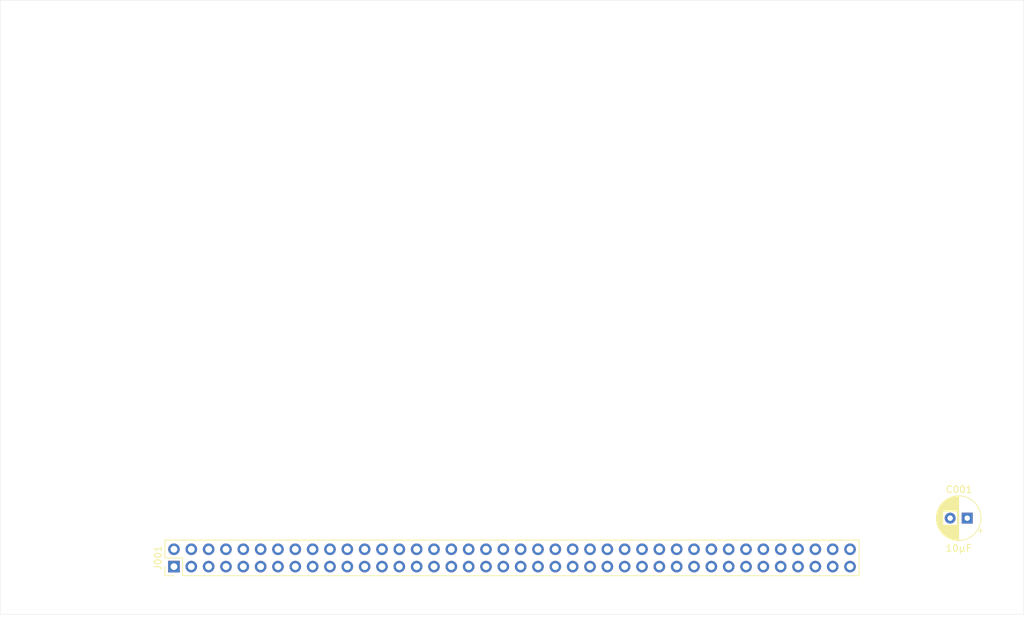
<source format=kicad_pcb>
(kicad_pcb (version 20211014) (generator pcbnew)
  (title_block (rev "1"))
  (layers (0 "F.Cu" signal "Front") (31 "B.Cu" signal "Back") (34 "B.Paste" user) (35 "F.Paste" user) (36 "B.SilkS" user "B.Silkscreen") (37 "F.SilkS" user "F.Silkscreen") (38 "B.Mask" user) (39 "F.Mask" user) (44 "Edge.Cuts" user))
  (net 0 "")
  (net 1 "VCC")
  (net 2 "GND")
  (net 3 "Net-(J001-Pad1)")
  (net 4 "Net-(J001-Pad2)")
  (net 5 "/~{IRQ}")
  (net 6 "/D0")
  (net 7 "/PC0")
  (net 8 "/D1")
  (net 9 "/PC1")
  (net 10 "/D2")
  (net 11 "/PC2")
  (net 12 "/D3")
  (net 13 "/PC3")
  (net 14 "/D4")
  (net 15 "/PC4")
  (net 16 "/D5")
  (net 17 "/PC5")
  (net 18 "/D6")
  (net 19 "/PC6")
  (net 20 "/D7")
  (net 21 "/PC7")
  (net 22 "/A8")
  (net 23 "/IRQ3")
  (net 24 "/A9")
  (net 25 "/~{IRQ1}")
  (net 26 "/A10")
  (net 27 "/~{IRQ2}")
  (net 28 "/A11")
  (net 29 "/~{IRQ4}")
  (net 30 "/A12")
  (net 31 "/~{IRQ5}")
  (net 32 "/A13")
  (net 33 "/IRQ6")
  (net 34 "/A14")
  (net 35 "/~{IRQ7}")
  (net 36 "/A15")
  (net 37 "/TCOUNT2")
  (net 38 "/A0")
  (net 39 "Net-(J001-Pad37)")
  (net 40 "/A1")
  (net 41 "Net-(J001-Pad39)")
  (net 42 "/A2")
  (net 43 "/~{IOR1}")
  (net 44 "/A3")
  (net 45 "/~{IOR2}")
  (net 46 "/A4")
  (net 47 "/~{IOR3}")
  (net 48 "/A5")
  (net 49 "/~{IODEV0}")
  (net 50 "/A6")
  (net 51 "/~{IODEV1}")
  (net 52 "/A7")
  (net 53 "/~{IODEV2}")
  (net 54 "Net-(J001-Pad52)")
  (net 55 "/~{IODEV3}")
  (net 56 "Net-(J001-Pad54)")
  (net 57 "/~{IODEV4}")
  (net 58 "Net-(J001-Pad56)")
  (net 59 "/~{IODEV5}")
  (net 60 "Net-(J001-Pad58)")
  (net 61 "/~{IODEV6}")
  (net 62 "Net-(J001-Pad60)")
  (net 63 "/~{IODEV7}")
  (net 64 "Net-(J001-Pad62)")
  (net 65 "/~{IODEV8}")
  (net 66 "Net-(J001-Pad64)")
  (net 67 "/~{IODEV9}")
  (net 68 "/R~{W}")
  (net 69 "/~{IODEV10}")
  (net 70 "/~{ROMEN}")
  (net 71 "/~{IODEV11}")
  (net 72 "/E")
  (net 73 "/~{IODEV12}")
  (net 74 "/~{RMEM}")
  (net 75 "/~{IODEV13}")
  (net 76 "/~{WMEM}")
  (net 77 "/~{IODEV14}")
  (net 78 "/~{RST}")
  (net 79 "/~{IODEV15}")
  (net 80 "/RST")
  (footprint "MountingHole:MountingHole_3.2mm_M3" (layer "F.Cu") (at 195.1 144.92)
    (fp_text reference "REF**")
    (fp_text value "MountingHole_3.2mm_M3")
    (pad "" np_thru_hole circle locked (at 0 0) (size 3.2 3.2) (drill 3.2) (layers *.Cu *.Mask))
  )
  (footprint "MountingHole:MountingHole_3.2mm_M3" (layer "F.Cu") (at 81.9 144.92)
    (fp_text reference "REF**")
    (fp_text value "MountingHole_3.2mm_M3")
    (pad "" np_thru_hole circle locked (at 0 0) (size 3.2 3.2) (drill 3.2) (layers *.Cu *.Mask))
  )
  (footprint "Capacitor_THT:CP_Radial_D6.3mm_P2.50mm" (layer "F.Cu") (at 205.2 134.32 180)
    (fp_text reference "C001" (at 1.2 4.2) (layer "F.SilkS"))
    (fp_text value "10μF" (at 1.25 -4.4) (layer "F.SilkS"))
    (fp_line (start 1.85 -3.175) (end 1.85 -1.04) (layer "F.SilkS") (width 0.12))
    (fp_line (start 3.371 -2.45) (end 3.371 -1.04) (layer "F.SilkS") (width 0.12))
    (fp_line (start 4.091 -1.581) (end 4.091 1.581) (layer "F.SilkS") (width 0.12))
    (fp_line (start 2.731 -2.876) (end 2.731 -1.04) (layer "F.SilkS") (width 0.12))
    (fp_line (start 1.29 -3.23) (end 1.29 3.23) (layer "F.SilkS") (width 0.12))
    (fp_line (start 3.451 1.04) (end 3.451 2.38) (layer "F.SilkS") (width 0.12))
    (fp_line (start 3.051 -2.69) (end 3.051 -1.04) (layer "F.SilkS") (width 0.12))
    (fp_line (start 2.411 1.04) (end 2.411 3.018) (layer "F.SilkS") (width 0.12))
    (fp_line (start 2.131 1.04) (end 2.131 3.11) (layer "F.SilkS") (width 0.12))
    (fp_line (start 3.771 -2.044) (end 3.771 2.044) (layer "F.SilkS") (width 0.12))
    (fp_line (start 2.331 1.04) (end 2.331 3.047) (layer "F.SilkS") (width 0.12))
    (fp_line (start 2.771 -2.856) (end 2.771 -1.04) (layer "F.SilkS") (width 0.12))
    (fp_line (start 4.491 -0.402) (end 4.491 0.402) (layer "F.SilkS") (width 0.12))
    (fp_line (start 3.251 1.04) (end 3.251 2.548) (layer "F.SilkS") (width 0.12))
    (fp_line (start 3.131 1.04) (end 3.131 2.636) (layer "F.SilkS") (width 0.12))
    (fp_line (start 3.451 -2.38) (end 3.451 -1.04) (layer "F.SilkS") (width 0.12))
    (fp_line (start 2.171 -3.098) (end 2.171 -1.04) (layer "F.SilkS") (width 0.12))
    (fp_line (start 2.251 -3.074) (end 2.251 -1.04) (layer "F.SilkS") (width 0.12))
    (fp_line (start 1.89 1.04) (end 1.89 3.167) (layer "F.SilkS") (width 0.12))
    (fp_line (start 3.651 -2.182) (end 3.651 2.182) (layer "F.SilkS") (width 0.12))
    (fp_line (start 1.53 -3.218) (end 1.53 -1.04) (layer "F.SilkS") (width 0.12))
    (fp_line (start 1.49 -3.222) (end 1.49 -1.04) (layer "F.SilkS") (width 0.12))
    (fp_line (start 2.651 -2.916) (end 2.651 -1.04) (layer "F.SilkS") (width 0.12))
    (fp_line (start 2.091 -3.121) (end 2.091 -1.04) (layer "F.SilkS") (width 0.12))
    (fp_line (start 4.011 -1.714) (end 4.011 1.714) (layer "F.SilkS") (width 0.12))
    (fp_line (start 2.371 -3.033) (end 2.371 -1.04) (layer "F.SilkS") (width 0.12))
    (fp_line (start 2.171 1.04) (end 2.171 3.098) (layer "F.SilkS") (width 0.12))
    (fp_line (start 2.811 1.04) (end 2.811 2.834) (layer "F.SilkS") (width 0.12))
    (fp_line (start 3.331 -2.484) (end 3.331 -1.04) (layer "F.SilkS") (width 0.12))
    (fp_line (start 2.291 -3.061) (end 2.291 -1.04) (layer "F.SilkS") (width 0.12))
    (fp_line (start 3.931 -1.834) (end 3.931 1.834) (layer "F.SilkS") (width 0.12))
    (fp_line (start 3.211 1.04) (end 3.211 2.578) (layer "F.SilkS") (width 0.12))
    (fp_line (start 3.291 -2.516) (end 3.291 -1.04) (layer "F.SilkS") (width 0.12))
    (fp_line (start 3.331 1.04) (end 3.331 2.484) (layer "F.SilkS") (width 0.12))
    (fp_line (start 2.451 1.04) (end 2.451 3.002) (layer "F.SilkS") (width 0.12))
    (fp_line (start 3.131 -2.636) (end 3.131 -1.04) (layer "F.SilkS") (width 0.12))
    (fp_line (start 3.491 1.04) (end 3.491 2.343) (layer "F.SilkS") (width 0.12))
    (fp_line (start 2.331 -3.047) (end 2.331 -1.04) (layer "F.SilkS") (width 0.12))
    (fp_line (start 1.33 -3.23) (end 1.33 3.23) (layer "F.SilkS") (width 0.12))
    (fp_line (start 3.371 1.04) (end 3.371 2.45) (layer "F.SilkS") (width 0.12))
    (fp_line (start 1.45 -3.224) (end 1.45 3.224) (layer "F.SilkS") (width 0.12))
    (fp_line (start -2.250241 -1.839) (end -1.620241 -1.839) (layer "F.SilkS") (width 0.12))
    (fp_line (start 2.931 -2.766) (end 2.931 -1.04) (layer "F.SilkS") (width 0.12))
    (fp_line (start 2.451 -3.002) (end 2.451 -1.04) (layer "F.SilkS") (width 0.12))
    (fp_line (start 2.971 -2.742) (end 2.971 -1.04) (layer "F.SilkS") (width 0.12))
    (fp_line (start 1.69 1.04) (end 1.69 3.201) (layer "F.SilkS") (width 0.12))
    (fp_line (start 4.371 -0.94) (end 4.371 0.94) (layer "F.SilkS") (width 0.12))
    (fp_line (start 4.051 -1.65) (end 4.051 1.65) (layer "F.SilkS") (width 0.12))
    (fp_line (start 2.731 1.04) (end 2.731 2.876) (layer "F.SilkS") (width 0.12))
    (fp_line (start 1.37 -3.228) (end 1.37 3.228) (layer "F.SilkS") (width 0.12))
    (fp_line (start 2.851 1.04) (end 2.851 2.812) (layer "F.SilkS") (width 0.12))
    (fp_line (start 1.49 1.04) (end 1.49 3.222) (layer "F.SilkS") (width 0.12))
    (fp_line (start 1.69 -3.201) (end 1.69 -1.04) (layer "F.SilkS") (width 0.12))
    (fp_line (start 2.851 -2.812) (end 2.851 -1.04) (layer "F.SilkS") (width 0.12))
    (fp_line (start 3.411 1.04) (end 3.411 2.416) (layer "F.SilkS") (width 0.12))
    (fp_line (start 1.65 -3.206) (end 1.65 -1.04) (layer "F.SilkS") (width 0.12))
    (fp_line (start 2.691 -2.896) (end 2.691 -1.04) (layer "F.SilkS") (width 0.12))
    (fp_line (start 1.77 1.04) (end 1.77 3.189) (layer "F.SilkS") (width 0.12))
    (fp_line (start 1.81 1.04) (end 1.81 3.182) (layer "F.SilkS") (width 0.12))
    (fp_line (start 2.771 1.04) (end 2.771 2.856) (layer "F.SilkS") (width 0.12))
    (fp_line (start 1.73 -3.195) (end 1.73 -1.04) (layer "F.SilkS") (width 0.12))
    (fp_line (start 2.531 -2.97) (end 2.531 -1.04) (layer "F.SilkS") (width 0.12))
    (fp_line (start 1.61 -3.211) (end 1.61 -1.04) (layer "F.SilkS") (width 0.12))
    (fp_line (start 2.891 -2.79) (end 2.891 -1.04) (layer "F.SilkS") (width 0.12))
    (fp_line (start 2.011 -3.141) (end 2.011 -1.04) (layer "F.SilkS") (width 0.12))
    (fp_line (start 2.971 1.04) (end 2.971 2.742) (layer "F.SilkS") (width 0.12))
    (fp_line (start 2.011 1.04) (end 2.011 3.141) (layer "F.SilkS") (width 0.12))
    (fp_line (start 2.371 1.04) (end 2.371 3.033) (layer "F.SilkS") (width 0.12))
    (fp_line (start 3.811 -1.995) (end 3.811 1.995) (layer "F.SilkS") (width 0.12))
    (fp_line (start 2.091 1.04) (end 2.091 3.121) (layer "F.SilkS") (width 0.12))
    (fp_line (start 3.171 -2.607) (end 3.171 -1.04) (layer "F.SilkS") (width 0.12))
    (fp_line (start 2.931 1.04) (end 2.931 2.766) (layer "F.SilkS") (width 0.12))
    (fp_line (start 3.531 1.04) (end 3.531 2.305) (layer "F.SilkS") (width 0.12))
    (fp_line (start 2.251 1.04) (end 2.251 3.074) (layer "F.SilkS") (width 0.12))
    (fp_line (start 4.291 -1.165) (end 4.291 1.165) (layer "F.SilkS") (width 0.12))
    (fp_line (start 1.93 -3.159) (end 1.93 -1.04) (layer "F.SilkS") (width 0.12))
    (fp_line (start 2.611 1.04) (end 2.611 2.934) (layer "F.SilkS") (width 0.12))
    (fp_line (start 1.81 -3.182) (end 1.81 -1.04) (layer "F.SilkS") (width 0.12))
    (fp_line (start 3.571 -2.265) (end 3.571 2.265) (layer "F.SilkS") (width 0.12))
    (fp_line (start 3.971 -1.776) (end 3.971 1.776) (layer "F.SilkS") (width 0.12))
    (fp_line (start 3.731 -2.092) (end 3.731 2.092) (layer "F.SilkS") (width 0.12))
    (fp_line (start 4.171 -1.432) (end 4.171 1.432) (layer "F.SilkS") (width 0.12))
    (fp_line (start 1.89 -3.167) (end 1.89 -1.04) (layer "F.SilkS") (width 0.12))
    (fp_line (start 1.25 -3.23) (end 1.25 3.23) (layer "F.SilkS") (width 0.12))
    (fp_line (start 2.571 1.04) (end 2.571 2.952) (layer "F.SilkS") (width 0.12))
    (fp_line (start 4.451 -0.633) (end 4.451 0.633) (layer "F.SilkS") (width 0.12))
    (fp_line (start 2.211 1.04) (end 2.211 3.086) (layer "F.SilkS") (width 0.12))
    (fp_line (start 1.93 1.04) (end 1.93 3.159) (layer "F.SilkS") (width 0.12))
    (fp_line (start 2.571 -2.952) (end 2.571 -1.04) (layer "F.SilkS") (width 0.12))
    (fp_line (start 3.251 -2.548) (end 3.251 -1.04) (layer "F.SilkS") (width 0.12))
    (fp_line (start 3.091 1.04) (end 3.091 2.664) (layer "F.SilkS") (width 0.12))
    (fp_line (start 4.411 -0.802) (end 4.411 0.802) (layer "F.SilkS") (width 0.12))
    (fp_line (start 1.73 1.04) (end 1.73 3.195) (layer "F.SilkS") (width 0.12))
    (fp_line (start 4.331 -1.059) (end 4.331 1.059) (layer "F.SilkS") (width 0.12))
    (fp_line (start 1.65 1.04) (end 1.65 3.206) (layer "F.SilkS") (width 0.12))
    (fp_line (start 2.611 -2.934) (end 2.611 -1.04) (layer "F.SilkS") (width 0.12))
    (fp_line (start 2.411 -3.018) (end 2.411 -1.04) (layer "F.SilkS") (width 0.12))
    (fp_line (start 3.531 -2.305) (end 3.531 -1.04) (layer "F.SilkS") (width 0.12))
    (fp_line (start 2.651 1.04) (end 2.651 2.916) (layer "F.SilkS") (width 0.12))
    (fp_line (start 3.851 -1.944) (end 3.851 1.944) (layer "F.SilkS") (width 0.12))
    (fp_line (start 3.051 1.04) (end 3.051 2.69) (layer "F.SilkS") (width 0.12))
    (fp_line (start 2.811 -2.834) (end 2.811 -1.04) (layer "F.SilkS") (width 0.12))
    (fp_line (start 1.77 -3.189) (end 1.77 -1.04) (layer "F.SilkS") (width 0.12))
    (fp_line (start 3.171 1.04) (end 3.171 2.607) (layer "F.SilkS") (width 0.12))
    (fp_line (start 1.41 -3.227) (end 1.41 3.227) (layer "F.SilkS") (width 0.12))
    (fp_line (start 3.491 -2.343) (end 3.491 -1.04) (layer "F.SilkS") (width 0.12))
    (fp_line (start 2.051 -3.131) (end 2.051 -1.04) (layer "F.SilkS") (width 0.12))
    (fp_line (start 3.211 -2.578) (end 3.211 -1.04) (layer "F.SilkS") (width 0.12))
    (fp_line (start 3.611 -2.224) (end 3.611 2.224) (layer "F.SilkS") (width 0.12))
    (fp_line (start 3.891 -1.89) (end 3.891 1.89) (layer "F.SilkS") (width 0.12))
    (fp_line (start 2.491 -2.986) (end 2.491 -1.04) (layer "F.SilkS") (width 0.12))
    (fp_line (start 4.251 -1.262) (end 4.251 1.262) (layer "F.SilkS") (width 0.12))
    (fp_line (start 3.291 1.04) (end 3.291 2.516) (layer "F.SilkS") (width 0.12))
    (fp_line (start 3.091 -2.664) (end 3.091 -1.04) (layer "F.SilkS") (width 0.12))
    (fp_line (start 2.531 1.04) (end 2.531 2.97) (layer "F.SilkS") (width 0.12))
    (fp_line (start 1.85 1.04) (end 1.85 3.175) (layer "F.SilkS") (width 0.12))
    (fp_line (start 3.011 1.04) (end 3.011 2.716) (layer "F.SilkS") (width 0.12))
    (fp_line (start 4.131 -1.509) (end 4.131 1.509) (layer "F.SilkS") (width 0.12))
    (fp_line (start 2.691 1.04) (end 2.691 2.896) (layer "F.SilkS") (width 0.12))
    (fp_line (start 1.57 -3.215) (end 1.57 -1.04) (layer "F.SilkS") (width 0.12))
    (fp_line (start 2.491 1.04) (end 2.491 2.986) (layer "F.SilkS") (width 0.12))
    (fp_line (start -1.935241 -2.154) (end -1.935241 -1.524) (layer "F.SilkS") (width 0.12))
    (fp_line (start 2.891 1.04) (end 2.891 2.79) (layer "F.SilkS") (width 0.12))
    (fp_line (start 2.291 1.04) (end 2.291 3.061) (layer "F.SilkS") (width 0.12))
    (fp_line (start 3.011 -2.716) (end 3.011 -1.04) (layer "F.SilkS") (width 0.12))
    (fp_line (start 2.131 -3.11) (end 2.131 -1.04) (layer "F.SilkS") (width 0.12))
    (fp_line (start 1.971 -3.15) (end 1.971 -1.04) (layer "F.SilkS") (width 0.12))
    (fp_line (start 2.211 -3.086) (end 2.211 -1.04) (layer "F.SilkS") (width 0.12))
    (fp_line (start 1.57 1.04) (end 1.57 3.215) (layer "F.SilkS") (width 0.12))
    (fp_line (start 1.61 1.04) (end 1.61 3.211) (layer "F.SilkS") (width 0.12))
    (fp_line (start 4.211 -1.35) (end 4.211 1.35) (layer "F.SilkS") (width 0.12))
    (fp_line (start 1.53 1.04) (end 1.53 3.218) (layer "F.SilkS") (width 0.12))
    (fp_line (start 1.971 1.04) (end 1.971 3.15) (layer "F.SilkS") (width 0.12))
    (fp_line (start 2.051 1.04) (end 2.051 3.131) (layer "F.SilkS") (width 0.12))
    (fp_line (start 3.691 -2.137) (end 3.691 2.137) (layer "F.SilkS") (width 0.12))
    (fp_line (start 3.411 -2.416) (end 3.411 -1.04) (layer "F.SilkS") (width 0.12))
    (fp_circle (center 1.25 0) (end 4.52 0) (layer "F.SilkS") (width 0.12) (fill none))
    (pad "1" thru_hole rect locked (at 0 0 180) (size 1.6 1.6) (drill 0.8) (layers *.Cu *.Mask) (net 1 "VCC"))
    (pad "2" thru_hole circle locked (at 2.5 0 180) (size 1.6 1.6) (drill 0.8) (layers *.Cu *.Mask) (net 2 "GND"))
  )
  (footprint "Connector_PinHeader_2.54mm:PinHeader_2x40_P2.54mm_Vertical" (layer "F.Cu") (at 88.97 141.42 90)
    (fp_text reference "J001" (at 1.27 -2.33 90) (layer "F.SilkS"))
    (fp_text value "Conn_02x40_Odd_Even")
    (fp_line (start -1.33 100.39) (end 3.87 100.39) (layer "F.SilkS") (width 0.12))
    (fp_line (start -1.33 -1.33) (end 0 -1.33) (layer "F.SilkS") (width 0.12))
    (fp_line (start 3.87 -1.33) (end 3.87 100.39) (layer "F.SilkS") (width 0.12))
    (fp_line (start 1.27 -1.33) (end 3.87 -1.33) (layer "F.SilkS") (width 0.12))
    (fp_line (start -1.33 0) (end -1.33 -1.33) (layer "F.SilkS") (width 0.12))
    (fp_line (start -1.33 1.27) (end -1.33 100.39) (layer "F.SilkS") (width 0.12))
    (fp_line (start 1.27 1.27) (end 1.27 -1.33) (layer "F.SilkS") (width 0.12))
    (fp_line (start -1.33 1.27) (end 1.27 1.27) (layer "F.SilkS") (width 0.12))
    (pad "1" thru_hole rect locked (at 0 0 90) (size 1.7 1.7) (drill 1) (layers *.Cu *.Mask) (net 3 "Net-(J001-Pad1)"))
    (pad "2" thru_hole oval locked (at 2.54 0 90) (size 1.7 1.7) (drill 1) (layers *.Cu *.Mask) (net 4 "Net-(J001-Pad2)"))
    (pad "3" thru_hole oval locked (at 0 2.54 90) (size 1.7 1.7) (drill 1) (layers *.Cu *.Mask) (net 5 "/~{IRQ}"))
    (pad "4" thru_hole oval locked (at 2.54 2.54 90) (size 1.7 1.7) (drill 1) (layers *.Cu *.Mask) (net 6 "/D0"))
    (pad "5" thru_hole oval locked (at 0 5.08 90) (size 1.7 1.7) (drill 1) (layers *.Cu *.Mask) (net 7 "/PC0"))
    (pad "6" thru_hole oval locked (at 2.54 5.08 90) (size 1.7 1.7) (drill 1) (layers *.Cu *.Mask) (net 8 "/D1"))
    (pad "7" thru_hole oval locked (at 0 7.62 90) (size 1.7 1.7) (drill 1) (layers *.Cu *.Mask) (net 9 "/PC1"))
    (pad "8" thru_hole oval locked (at 2.54 7.62 90) (size 1.7 1.7) (drill 1) (layers *.Cu *.Mask) (net 10 "/D2"))
    (pad "9" thru_hole oval locked (at 0 10.16 90) (size 1.7 1.7) (drill 1) (layers *.Cu *.Mask) (net 11 "/PC2"))
    (pad "10" thru_hole oval locked (at 2.54 10.16 90) (size 1.7 1.7) (drill 1) (layers *.Cu *.Mask) (net 12 "/D3"))
    (pad "11" thru_hole oval locked (at 0 12.7 90) (size 1.7 1.7) (drill 1) (layers *.Cu *.Mask) (net 13 "/PC3"))
    (pad "12" thru_hole oval locked (at 2.54 12.7 90) (size 1.7 1.7) (drill 1) (layers *.Cu *.Mask) (net 14 "/D4"))
    (pad "13" thru_hole oval locked (at 0 15.24 90) (size 1.7 1.7) (drill 1) (layers *.Cu *.Mask) (net 15 "/PC4"))
    (pad "14" thru_hole oval locked (at 2.54 15.24 90) (size 1.7 1.7) (drill 1) (layers *.Cu *.Mask) (net 16 "/D5"))
    (pad "15" thru_hole oval locked (at 0 17.78 90) (size 1.7 1.7) (drill 1) (layers *.Cu *.Mask) (net 17 "/PC5"))
    (pad "16" thru_hole oval locked (at 2.54 17.78 90) (size 1.7 1.7) (drill 1) (layers *.Cu *.Mask) (net 18 "/D6"))
    (pad "17" thru_hole oval locked (at 0 20.32 90) (size 1.7 1.7) (drill 1) (layers *.Cu *.Mask) (net 19 "/PC6"))
    (pad "18" thru_hole oval locked (at 2.54 20.32 90) (size 1.7 1.7) (drill 1) (layers *.Cu *.Mask) (net 20 "/D7"))
    (pad "19" thru_hole oval locked (at 0 22.86 90) (size 1.7 1.7) (drill 1) (layers *.Cu *.Mask) (net 21 "/PC7"))
    (pad "20" thru_hole oval locked (at 2.54 22.86 90) (size 1.7 1.7) (drill 1) (layers *.Cu *.Mask) (net 22 "/A8"))
    (pad "21" thru_hole oval locked (at 0 25.4 90) (size 1.7 1.7) (drill 1) (layers *.Cu *.Mask) (net 23 "/IRQ3"))
    (pad "22" thru_hole oval locked (at 2.54 25.4 90) (size 1.7 1.7) (drill 1) (layers *.Cu *.Mask) (net 24 "/A9"))
    (pad "23" thru_hole oval locked (at 0 27.94 90) (size 1.7 1.7) (drill 1) (layers *.Cu *.Mask) (net 25 "/~{IRQ1}"))
    (pad "24" thru_hole oval locked (at 2.54 27.94 90) (size 1.7 1.7) (drill 1) (layers *.Cu *.Mask) (net 26 "/A10"))
    (pad "25" thru_hole oval locked (at 0 30.48 90) (size 1.7 1.7) (drill 1) (layers *.Cu *.Mask) (net 27 "/~{IRQ2}"))
    (pad "26" thru_hole oval locked (at 2.54 30.48 90) (size 1.7 1.7) (drill 1) (layers *.Cu *.Mask) (net 28 "/A11"))
    (pad "27" thru_hole oval locked (at 0 33.02 90) (size 1.7 1.7) (drill 1) (layers *.Cu *.Mask) (net 29 "/~{IRQ4}"))
    (pad "28" thru_hole oval locked (at 2.54 33.02 90) (size 1.7 1.7) (drill 1) (layers *.Cu *.Mask) (net 30 "/A12"))
    (pad "29" thru_hole oval locked (at 0 35.56 90) (size 1.7 1.7) (drill 1) (layers *.Cu *.Mask) (net 31 "/~{IRQ5}"))
    (pad "30" thru_hole oval locked (at 2.54 35.56 90) (size 1.7 1.7) (drill 1) (layers *.Cu *.Mask) (net 32 "/A13"))
    (pad "31" thru_hole oval locked (at 0 38.1 90) (size 1.7 1.7) (drill 1) (layers *.Cu *.Mask) (net 33 "/IRQ6"))
    (pad "32" thru_hole oval locked (at 2.54 38.1 90) (size 1.7 1.7) (drill 1) (layers *.Cu *.Mask) (net 34 "/A14"))
    (pad "33" thru_hole oval locked (at 0 40.64 90) (size 1.7 1.7) (drill 1) (layers *.Cu *.Mask) (net 35 "/~{IRQ7}"))
    (pad "34" thru_hole oval locked (at 2.54 40.64 90) (size 1.7 1.7) (drill 1) (layers *.Cu *.Mask) (net 36 "/A15"))
    (pad "35" thru_hole oval locked (at 0 43.18 90) (size 1.7 1.7) (drill 1) (layers *.Cu *.Mask) (net 37 "/TCOUNT2"))
    (pad "36" thru_hole oval locked (at 2.54 43.18 90) (size 1.7 1.7) (drill 1) (layers *.Cu *.Mask) (net 38 "/A0"))
    (pad "37" thru_hole oval locked (at 0 45.72 90) (size 1.7 1.7) (drill 1) (layers *.Cu *.Mask) (net 39 "Net-(J001-Pad37)"))
    (pad "38" thru_hole oval locked (at 2.54 45.72 90) (size 1.7 1.7) (drill 1) (layers *.Cu *.Mask) (net 40 "/A1"))
    (pad "39" thru_hole oval locked (at 0 48.26 90) (size 1.7 1.7) (drill 1) (layers *.Cu *.Mask) (net 41 "Net-(J001-Pad39)"))
    (pad "40" thru_hole oval locked (at 2.54 48.26 90) (size 1.7 1.7) (drill 1) (layers *.Cu *.Mask) (net 42 "/A2"))
    (pad "41" thru_hole oval locked (at 0 50.8 90) (size 1.7 1.7) (drill 1) (layers *.Cu *.Mask) (net 43 "/~{IOR1}"))
    (pad "42" thru_hole oval locked (at 2.54 50.8 90) (size 1.7 1.7) (drill 1) (layers *.Cu *.Mask) (net 44 "/A3"))
    (pad "43" thru_hole oval locked (at 0 53.34 90) (size 1.7 1.7) (drill 1) (layers *.Cu *.Mask) (net 45 "/~{IOR2}"))
    (pad "44" thru_hole oval locked (at 2.54 53.34 90) (size 1.7 1.7) (drill 1) (layers *.Cu *.Mask) (net 46 "/A4"))
    (pad "45" thru_hole oval locked (at 0 55.88 90) (size 1.7 1.7) (drill 1) (layers *.Cu *.Mask) (net 47 "/~{IOR3}"))
    (pad "46" thru_hole oval locked (at 2.54 55.88 90) (size 1.7 1.7) (drill 1) (layers *.Cu *.Mask) (net 48 "/A5"))
    (pad "47" thru_hole oval locked (at 0 58.42 90) (size 1.7 1.7) (drill 1) (layers *.Cu *.Mask) (net 49 "/~{IODEV0}"))
    (pad "48" thru_hole oval locked (at 2.54 58.42 90) (size 1.7 1.7) (drill 1) (layers *.Cu *.Mask) (net 50 "/A6"))
    (pad "49" thru_hole oval locked (at 0 60.96 90) (size 1.7 1.7) (drill 1) (layers *.Cu *.Mask) (net 51 "/~{IODEV1}"))
    (pad "50" thru_hole oval locked (at 2.54 60.96 90) (size 1.7 1.7) (drill 1) (layers *.Cu *.Mask) (net 52 "/A7"))
    (pad "51" thru_hole oval locked (at 0 63.5 90) (size 1.7 1.7) (drill 1) (layers *.Cu *.Mask) (net 53 "/~{IODEV2}"))
    (pad "52" thru_hole oval locked (at 2.54 63.5 90) (size 1.7 1.7) (drill 1) (layers *.Cu *.Mask) (net 54 "Net-(J001-Pad52)"))
    (pad "53" thru_hole oval locked (at 0 66.04 90) (size 1.7 1.7) (drill 1) (layers *.Cu *.Mask) (net 55 "/~{IODEV3}"))
    (pad "54" thru_hole oval locked (at 2.54 66.04 90) (size 1.7 1.7) (drill 1) (layers *.Cu *.Mask) (net 56 "Net-(J001-Pad54)"))
    (pad "55" thru_hole oval locked (at 0 68.58 90) (size 1.7 1.7) (drill 1) (layers *.Cu *.Mask) (net 57 "/~{IODEV4}"))
    (pad "56" thru_hole oval locked (at 2.54 68.58 90) (size 1.7 1.7) (drill 1) (layers *.Cu *.Mask) (net 58 "Net-(J001-Pad56)"))
    (pad "57" thru_hole oval locked (at 0 71.12 90) (size 1.7 1.7) (drill 1) (layers *.Cu *.Mask) (net 59 "/~{IODEV5}"))
    (pad "58" thru_hole oval locked (at 2.54 71.12 90) (size 1.7 1.7) (drill 1) (layers *.Cu *.Mask) (net 60 "Net-(J001-Pad58)"))
    (pad "59" thru_hole oval locked (at 0 73.66 90) (size 1.7 1.7) (drill 1) (layers *.Cu *.Mask) (net 61 "/~{IODEV6}"))
    (pad "60" thru_hole oval locked (at 2.54 73.66 90) (size 1.7 1.7) (drill 1) (layers *.Cu *.Mask) (net 62 "Net-(J001-Pad60)"))
    (pad "61" thru_hole oval locked (at 0 76.2 90) (size 1.7 1.7) (drill 1) (layers *.Cu *.Mask) (net 63 "/~{IODEV7}"))
    (pad "62" thru_hole oval locked (at 2.54 76.2 90) (size 1.7 1.7) (drill 1) (layers *.Cu *.Mask) (net 64 "Net-(J001-Pad62)"))
    (pad "63" thru_hole oval locked (at 0 78.74 90) (size 1.7 1.7) (drill 1) (layers *.Cu *.Mask) (net 65 "/~{IODEV8}"))
    (pad "64" thru_hole oval locked (at 2.54 78.74 90) (size 1.7 1.7) (drill 1) (layers *.Cu *.Mask) (net 66 "Net-(J001-Pad64)"))
    (pad "65" thru_hole oval locked (at 0 81.28 90) (size 1.7 1.7) (drill 1) (layers *.Cu *.Mask) (net 67 "/~{IODEV9}"))
    (pad "66" thru_hole oval locked (at 2.54 81.28 90) (size 1.7 1.7) (drill 1) (layers *.Cu *.Mask) (net 68 "/R~{W}"))
    (pad "67" thru_hole oval locked (at 0 83.82 90) (size 1.7 1.7) (drill 1) (layers *.Cu *.Mask) (net 69 "/~{IODEV10}"))
    (pad "68" thru_hole oval locked (at 2.54 83.82 90) (size 1.7 1.7) (drill 1) (layers *.Cu *.Mask) (net 70 "/~{ROMEN}"))
    (pad "69" thru_hole oval locked (at 0 86.36 90) (size 1.7 1.7) (drill 1) (layers *.Cu *.Mask) (net 71 "/~{IODEV11}"))
    (pad "70" thru_hole oval locked (at 2.54 86.36 90) (size 1.7 1.7) (drill 1) (layers *.Cu *.Mask) (net 72 "/E"))
    (pad "71" thru_hole oval locked (at 0 88.9 90) (size 1.7 1.7) (drill 1) (layers *.Cu *.Mask) (net 73 "/~{IODEV12}"))
    (pad "72" thru_hole oval locked (at 2.54 88.9 90) (size 1.7 1.7) (drill 1) (layers *.Cu *.Mask) (net 74 "/~{RMEM}"))
    (pad "73" thru_hole oval locked (at 0 91.44 90) (size 1.7 1.7) (drill 1) (layers *.Cu *.Mask) (net 75 "/~{IODEV13}"))
    (pad "74" thru_hole oval locked (at 2.54 91.44 90) (size 1.7 1.7) (drill 1) (layers *.Cu *.Mask) (net 76 "/~{WMEM}"))
    (pad "75" thru_hole oval locked (at 0 93.98 90) (size 1.7 1.7) (drill 1) (layers *.Cu *.Mask) (net 77 "/~{IODEV14}"))
    (pad "76" thru_hole oval locked (at 2.54 93.98 90) (size 1.7 1.7) (drill 1) (layers *.Cu *.Mask) (net 78 "/~{RST}"))
    (pad "77" thru_hole oval locked (at 0 96.52 90) (size 1.7 1.7) (drill 1) (layers *.Cu *.Mask) (net 79 "/~{IODEV15}"))
    (pad "78" thru_hole oval locked (at 2.54 96.52 90) (size 1.7 1.7) (drill 1) (layers *.Cu *.Mask) (net 80 "/RST"))
    (pad "79" thru_hole oval locked (at 0 99.06 90) (size 1.7 1.7) (drill 1) (layers *.Cu *.Mask) (net 2 "GND"))
    (pad "80" thru_hole oval locked (at 2.54 99.06 90) (size 1.7 1.7) (drill 1) (layers *.Cu *.Mask) (net 1 "VCC"))
  )
  (gr_line (start 213.5 58.42) (end 63.5 58.42) (layer "Edge.Cuts") (width 0.0381))
  (gr_line (start 213.5 148.42) (end 213.5 58.42) (layer "Edge.Cuts") (width 0.0381))
  (gr_line (start 63.5 148.42) (end 213.5 148.42) (layer "Edge.Cuts") (width 0.0381))
  (gr_line (start 63.5 58.42) (end 63.5 148.42) (layer "Edge.Cuts") (width 0.0381))
)
</source>
